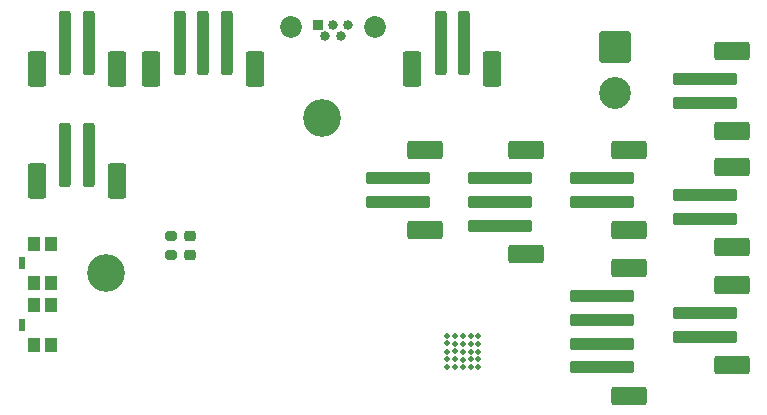
<source format=gbr>
%TF.GenerationSoftware,KiCad,Pcbnew,(6.0.9)*%
%TF.CreationDate,2022-12-25T13:15:50+01:00*%
%TF.ProjectId,votoco,766f746f-636f-42e6-9b69-6361645f7063,rev?*%
%TF.SameCoordinates,Original*%
%TF.FileFunction,Soldermask,Top*%
%TF.FilePolarity,Negative*%
%FSLAX46Y46*%
G04 Gerber Fmt 4.6, Leading zero omitted, Abs format (unit mm)*
G04 Created by KiCad (PCBNEW (6.0.9)) date 2022-12-25 13:15:50*
%MOMM*%
%LPD*%
G01*
G04 APERTURE LIST*
G04 Aperture macros list*
%AMRoundRect*
0 Rectangle with rounded corners*
0 $1 Rounding radius*
0 $2 $3 $4 $5 $6 $7 $8 $9 X,Y pos of 4 corners*
0 Add a 4 corners polygon primitive as box body*
4,1,4,$2,$3,$4,$5,$6,$7,$8,$9,$2,$3,0*
0 Add four circle primitives for the rounded corners*
1,1,$1+$1,$2,$3*
1,1,$1+$1,$4,$5*
1,1,$1+$1,$6,$7*
1,1,$1+$1,$8,$9*
0 Add four rect primitives between the rounded corners*
20,1,$1+$1,$2,$3,$4,$5,0*
20,1,$1+$1,$4,$5,$6,$7,0*
20,1,$1+$1,$6,$7,$8,$9,0*
20,1,$1+$1,$8,$9,$2,$3,0*%
G04 Aperture macros list end*
%ADD10RoundRect,0.250000X-2.500000X0.250000X-2.500000X-0.250000X2.500000X-0.250000X2.500000X0.250000X0*%
%ADD11RoundRect,0.250000X-1.250000X0.550000X-1.250000X-0.550000X1.250000X-0.550000X1.250000X0.550000X0*%
%ADD12R,0.840000X0.840000*%
%ADD13C,0.840000*%
%ADD14C,1.850000*%
%ADD15RoundRect,0.200000X-0.275000X0.200000X-0.275000X-0.200000X0.275000X-0.200000X0.275000X0.200000X0*%
%ADD16R,1.050000X1.150000*%
%ADD17R,0.600000X1.100000*%
%ADD18C,3.200000*%
%ADD19RoundRect,0.250000X0.250000X2.500000X-0.250000X2.500000X-0.250000X-2.500000X0.250000X-2.500000X0*%
%ADD20RoundRect,0.250000X0.550000X1.250000X-0.550000X1.250000X-0.550000X-1.250000X0.550000X-1.250000X0*%
%ADD21RoundRect,0.250001X-1.099999X1.099999X-1.099999X-1.099999X1.099999X-1.099999X1.099999X1.099999X0*%
%ADD22C,2.700000*%
%ADD23RoundRect,0.218750X-0.256250X0.218750X-0.256250X-0.218750X0.256250X-0.218750X0.256250X0.218750X0*%
%ADD24C,0.500000*%
G04 APERTURE END LIST*
D10*
%TO.C,J2*%
X149800000Y-89000000D03*
X149800000Y-91000000D03*
X149800000Y-93000000D03*
X149800000Y-95000000D03*
D11*
X152050000Y-97400000D03*
X152050000Y-86600000D03*
%TD*%
D12*
%TO.C,J9*%
X125700000Y-65980000D03*
D13*
X126350000Y-66980000D03*
X127000000Y-65980000D03*
X127650000Y-66980000D03*
X128300000Y-65980000D03*
D14*
X123425000Y-66200000D03*
X130575000Y-66200000D03*
%TD*%
D15*
%TO.C,R15*%
X113300000Y-83862500D03*
X113300000Y-85512500D03*
%TD*%
D10*
%TO.C,J1*%
X149800000Y-79000000D03*
X149800000Y-81000000D03*
D11*
X152050000Y-76600000D03*
X152050000Y-83400000D03*
%TD*%
D16*
%TO.C,SW1*%
X101675000Y-89725000D03*
X101675000Y-93075000D03*
X103125000Y-93075000D03*
X103125000Y-89725000D03*
D17*
X100650000Y-91400000D03*
%TD*%
D18*
%TO.C,H1*%
X107800000Y-87000000D03*
%TD*%
D11*
%TO.C,J13*%
X160750000Y-78000000D03*
X160750000Y-84800000D03*
D10*
X158500000Y-82400000D03*
X158500000Y-80400000D03*
%TD*%
%TO.C,J12*%
X158500000Y-70587500D03*
X158500000Y-72587500D03*
D11*
X160750000Y-68187500D03*
X160750000Y-74987500D03*
%TD*%
D19*
%TO.C,J6*%
X106300000Y-67500000D03*
X104300000Y-67500000D03*
D20*
X108700000Y-69750000D03*
X101900000Y-69750000D03*
%TD*%
D10*
%TO.C,J8*%
X141100000Y-79000000D03*
X141100000Y-81000000D03*
X141100000Y-83000000D03*
D11*
X143350000Y-76600000D03*
X143350000Y-85400000D03*
%TD*%
D10*
%TO.C,J11*%
X132500000Y-79000000D03*
X132500000Y-81000000D03*
D11*
X134750000Y-83400000D03*
X134750000Y-76600000D03*
%TD*%
D21*
%TO.C,J7*%
X150850000Y-67842500D03*
D22*
X150850000Y-71802500D03*
%TD*%
D19*
%TO.C,J10*%
X138100000Y-67500000D03*
X136100000Y-67500000D03*
D20*
X133700000Y-69750000D03*
X140500000Y-69750000D03*
%TD*%
D18*
%TO.C,H2*%
X126100000Y-73900000D03*
%TD*%
D10*
%TO.C,J14*%
X158500000Y-90400000D03*
X158500000Y-92400000D03*
D11*
X160750000Y-88000000D03*
X160750000Y-94800000D03*
%TD*%
D19*
%TO.C,J5*%
X106300000Y-77000000D03*
X104300000Y-77000000D03*
D20*
X108700000Y-79250000D03*
X101900000Y-79250000D03*
%TD*%
D19*
%TO.C,J4*%
X118000000Y-67500000D03*
X116000000Y-67500000D03*
X114000000Y-67500000D03*
D20*
X111600000Y-69750000D03*
X120400000Y-69750000D03*
%TD*%
D23*
%TO.C,D11*%
X114900000Y-83900000D03*
X114900000Y-85475000D03*
%TD*%
D16*
%TO.C,SW2*%
X101675000Y-87875000D03*
X101675000Y-84525000D03*
X103125000Y-87875000D03*
X103125000Y-84525000D03*
D17*
X100650000Y-86200000D03*
%TD*%
D24*
%TO.C,U2*%
X137340000Y-92370000D03*
X139290000Y-93020000D03*
X137990000Y-93670000D03*
X136690000Y-94320000D03*
X139290000Y-94320000D03*
X138640000Y-94970000D03*
X137990000Y-92370000D03*
X139290000Y-92370000D03*
X137340000Y-93020000D03*
X137990000Y-94970000D03*
X138640000Y-93020000D03*
X138640000Y-94320000D03*
X137990000Y-94370000D03*
X137340000Y-94320000D03*
X137340000Y-93653331D03*
X136690000Y-92370000D03*
X138640000Y-93670000D03*
X136690000Y-93670000D03*
X139290000Y-93670000D03*
X136690000Y-92970000D03*
X138640000Y-92370000D03*
X137990000Y-93020000D03*
X137340000Y-94970000D03*
X136690000Y-94970000D03*
X139290000Y-94970000D03*
%TD*%
M02*

</source>
